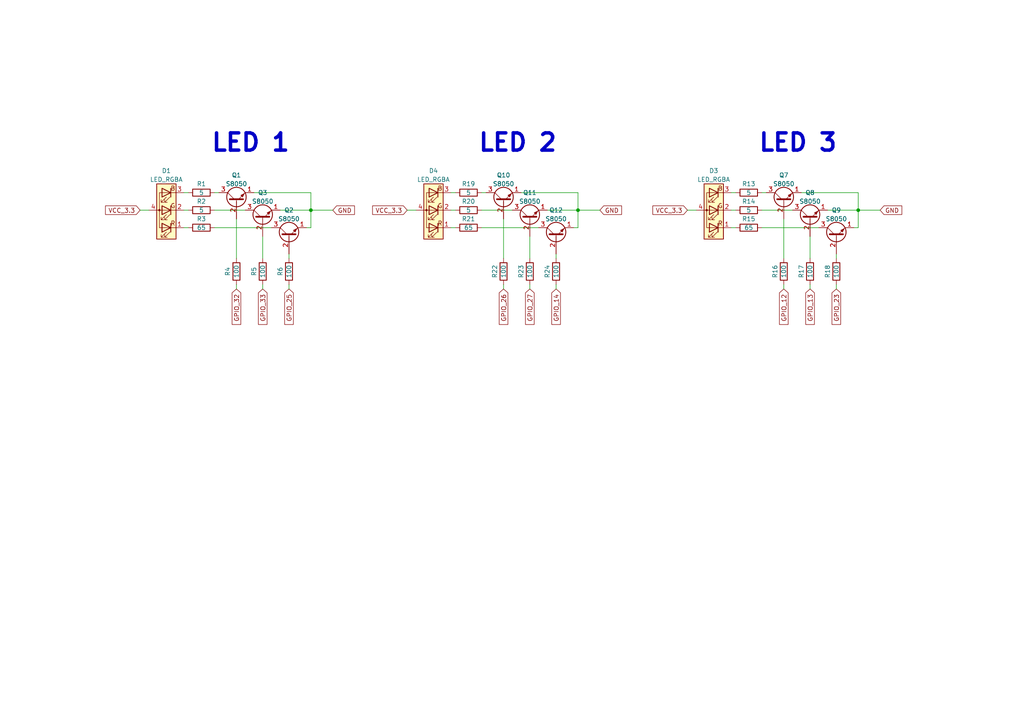
<source format=kicad_sch>
(kicad_sch (version 20230121) (generator eeschema)
  (paper "A4")
  (lib_symbols
    (symbol "Device:LED_RGBA" (pin_names (offset 0) hide)
      (property "Reference" "D" (at 0 9.398 0))
      (property "Value" "LED_RGBA" (at 0 -8.89 0))
      (symbol "LED_RGBA_0_0"
        (text "B" (at -1.905 -6.35 0) (effects (font (size 1.27 1.27))))
        (text "G" (at -1.905 -1.27 0) (effects (font (size 1.27 1.27))))
        (text "R" (at -1.905 3.81 0) (effects (font (size 1.27 1.27))))
      )
      (symbol "LED_RGBA_0_1"
        (polyline (pts (xy -1.27 -5.08) (xy -2.54 -5.08)))
        (polyline (pts (xy -1.27 -5.08) (xy 1.27 -5.08)))
        (polyline (pts (xy -1.27 -3.81) (xy -1.27 -6.35)) (stroke (width 0.254)))
        (polyline (pts (xy -1.27 0) (xy -2.54 0)))
        (polyline (pts (xy -1.27 1.27) (xy -1.27 -1.27)) (stroke (width 0.254)))
        (polyline (pts (xy -1.27 5.08) (xy -2.54 5.08)))
        (polyline (pts (xy -1.27 5.08) (xy 1.27 5.08)))
        (polyline (pts (xy -1.27 6.35) (xy -1.27 3.81)) (stroke (width 0.254)))
        (polyline (pts (xy 1.27 0) (xy -1.27 0)))
        (polyline (pts (xy 1.27 0) (xy 2.54 0)))
        (polyline (pts (xy -1.27 1.27) (xy -1.27 -1.27) (xy -1.27 -1.27)))
        (polyline (pts (xy -1.27 6.35) (xy -1.27 3.81) (xy -1.27 3.81)))
        (polyline (pts (xy 1.27 -5.08) (xy 2.032 -5.08) (xy 2.032 5.08) (xy 1.27 5.08)))
        (polyline (pts (xy 1.27 -3.81) (xy 1.27 -6.35) (xy -1.27 -5.08) (xy 1.27 -3.81)) (stroke (width 0.254)))
        (polyline (pts (xy 1.27 1.27) (xy 1.27 -1.27) (xy -1.27 0) (xy 1.27 1.27)) (stroke (width 0.254)))
        (polyline (pts (xy 1.27 6.35) (xy 1.27 3.81) (xy -1.27 5.08) (xy 1.27 6.35)) (stroke (width 0.254)))
        (polyline (pts (xy -1.016 -3.81) (xy 0.508 -2.286) (xy -0.254 -2.286) (xy 0.508 -2.286) (xy 0.508 -3.048)))
        (polyline (pts (xy -1.016 1.27) (xy 0.508 2.794) (xy -0.254 2.794) (xy 0.508 2.794) (xy 0.508 2.032)))
        (polyline (pts (xy -1.016 6.35) (xy 0.508 7.874) (xy -0.254 7.874) (xy 0.508 7.874) (xy 0.508 7.112)))
        (polyline (pts (xy 0 -3.81) (xy 1.524 -2.286) (xy 0.762 -2.286) (xy 1.524 -2.286) (xy 1.524 -3.048)))
        (polyline (pts (xy 0 1.27) (xy 1.524 2.794) (xy 0.762 2.794) (xy 1.524 2.794) (xy 1.524 2.032)))
        (polyline (pts (xy 0 6.35) (xy 1.524 7.874) (xy 0.762 7.874) (xy 1.524 7.874) (xy 1.524 7.112)))
        (rectangle (start 1.27 -1.27) (end 1.27 1.27))
        (rectangle (start 1.27 1.27) (end 1.27 1.27))
        (rectangle (start 1.27 3.81) (end 1.27 6.35))
        (rectangle (start 1.27 6.35) (end 1.27 6.35))
        (circle (center 2.032 0) (radius 0.254) (fill (type outline)))
        (rectangle (start 2.794 8.382) (end -2.794 -7.62) (stroke (width 0.254)) (fill (type background)))
      )
      (symbol "LED_RGBA_1_1"
        (pin passive line (at -5.08 5.08 0) (length 2.54) (name "RK") (number "1"))
        (pin passive line (at -5.08 0 0) (length 2.54) (name "GK") (number "2"))
        (pin passive line (at -5.08 -5.08 0) (length 2.54) (name "BK") (number "3"))
        (pin passive line (at 5.08 0 180) (length 2.54) (name "A") (number "4"))
      )
    )
    (symbol "Device:R" (pin_numbers hide) (pin_names (offset 0))
      (property "Reference" "R" (at 2.032 0 90))
      (property "Value" "R" (at 0 0 90))
      (symbol "R_0_1"
        (rectangle (start -1.016 -2.54) (end 1.016 2.54) (stroke (width 0.254)))
      )
      (symbol "R_1_1"
        (pin passive line (at 0 3.81 270) (length 1.27) (name "~") (number "1"))
        (pin passive line (at 0 -3.81 90) (length 1.27) (name "~") (number "2"))
      )
    )
    (symbol "Transistor_BJT:S8050" (pin_names (offset 0) hide)
      (property "Reference" "Q" (at 5.08 1.905 0))
      (property "Value" "S8050" (at 5.08 0 0))
      (symbol "S8050_0_1"
        (polyline (pts (xy 0 0) (xy 0.635 0)))
        (polyline (pts (xy 0.635 0.635) (xy 2.54 2.54)))
        (polyline (pts (xy 0.635 -0.635) (xy 2.54 -2.54) (xy 2.54 -2.54)))
        (polyline (pts (xy 0.635 1.905) (xy 0.635 -1.905) (xy 0.635 -1.905)) (stroke (width 0.508)))
        (polyline (pts (xy 1.27 -1.778) (xy 1.778 -1.27) (xy 2.286 -2.286) (xy 1.27 -1.778) (xy 1.27 -1.778)) (fill (type outline)))
        (circle (center 1.27 0) (radius 2.8194) (stroke (width 0.254)))
      )
      (symbol "S8050_1_1"
        (pin passive line (at 2.54 -5.08 90) (length 2.54) (name "E") (number "1"))
        (pin input line (at -5.08 0 0) (length 5.08) (name "B") (number "2"))
        (pin passive line (at 2.54 5.08 270) (length 2.54) (name "C") (number "3"))
      )
    )
  )
  (junction (at 167.64 60.96))
  (junction (at 248.92 60.96))
  (junction (at 90.17 60.96))
  (wire (pts (xy 167.64 55.88) (xy 167.64 60.96)))
  (wire (pts (xy 167.64 60.96) (xy 173.99 60.96)))
  (wire (pts (xy 40.64 60.96) (xy 43.18 60.96)))
  (wire (pts (xy 62.23 60.96) (xy 71.12 60.96)))
  (wire (pts (xy 248.92 55.88) (xy 248.92 60.96)))
  (wire (pts (xy 139.7 60.96) (xy 148.59 60.96)))
  (wire (pts (xy 240.03 60.96) (xy 248.92 60.96)))
  (wire (pts (xy 220.98 66.04) (xy 237.49 66.04)))
  (wire (pts (xy 139.7 55.88) (xy 140.97 55.88)))
  (wire (pts (xy 242.57 73.66) (xy 242.57 74.93)))
  (wire (pts (xy 220.98 60.96) (xy 229.87 60.96)))
  (wire (pts (xy 242.57 82.55) (xy 242.57 83.82)))
  (wire (pts (xy 212.09 60.96) (xy 213.36 60.96)))
  (wire (pts (xy 146.05 82.55) (xy 146.05 83.82)))
  (wire (pts (xy 167.64 60.96) (xy 167.64 66.04)))
  (wire (pts (xy 83.82 73.66) (xy 83.82 74.93)))
  (wire (pts (xy 227.33 82.55) (xy 227.33 83.82)))
  (wire (pts (xy 158.75 60.96) (xy 167.64 60.96)))
  (wire (pts (xy 212.09 66.04) (xy 213.36 66.04)))
  (wire (pts (xy 161.29 73.66) (xy 161.29 74.93)))
  (wire (pts (xy 167.64 66.04) (xy 166.37 66.04)))
  (wire (pts (xy 220.98 55.88) (xy 222.25 55.88)))
  (wire (pts (xy 76.2 82.55) (xy 76.2 83.82)))
  (wire (pts (xy 53.34 55.88) (xy 54.61 55.88)))
  (wire (pts (xy 234.95 82.55) (xy 234.95 83.82)))
  (wire (pts (xy 161.29 82.55) (xy 161.29 83.82)))
  (wire (pts (xy 151.13 55.88) (xy 167.64 55.88)))
  (wire (pts (xy 90.17 60.96) (xy 90.17 66.04)))
  (wire (pts (xy 68.58 82.55) (xy 68.58 83.82)))
  (wire (pts (xy 234.95 68.58) (xy 234.95 74.93)))
  (wire (pts (xy 90.17 60.96) (xy 96.52 60.96)))
  (wire (pts (xy 227.33 63.5) (xy 227.33 74.93)))
  (wire (pts (xy 118.11 60.96) (xy 120.65 60.96)))
  (wire (pts (xy 73.66 55.88) (xy 90.17 55.88)))
  (wire (pts (xy 81.28 60.96) (xy 90.17 60.96)))
  (wire (pts (xy 248.92 60.96) (xy 248.92 66.04)))
  (wire (pts (xy 68.58 63.5) (xy 68.58 74.93)))
  (wire (pts (xy 153.67 82.55) (xy 153.67 83.82)))
  (wire (pts (xy 130.81 66.04) (xy 132.08 66.04)))
  (wire (pts (xy 53.34 60.96) (xy 54.61 60.96)))
  (wire (pts (xy 83.82 82.55) (xy 83.82 83.82)))
  (wire (pts (xy 232.41 55.88) (xy 248.92 55.88)))
  (wire (pts (xy 130.81 60.96) (xy 132.08 60.96)))
  (wire (pts (xy 139.7 66.04) (xy 156.21 66.04)))
  (wire (pts (xy 53.34 66.04) (xy 54.61 66.04)))
  (wire (pts (xy 199.39 60.96) (xy 201.93 60.96)))
  (wire (pts (xy 248.92 60.96) (xy 255.27 60.96)))
  (wire (pts (xy 212.09 55.88) (xy 213.36 55.88)))
  (wire (pts (xy 62.23 66.04) (xy 78.74 66.04)))
  (wire (pts (xy 90.17 55.88) (xy 90.17 60.96)))
  (wire (pts (xy 62.23 55.88) (xy 63.5 55.88)))
  (wire (pts (xy 90.17 66.04) (xy 88.9 66.04)))
  (wire (pts (xy 146.05 63.5) (xy 146.05 74.93)))
  (wire (pts (xy 130.81 55.88) (xy 132.08 55.88)))
  (wire (pts (xy 248.92 66.04) (xy 247.65 66.04)))
  (wire (pts (xy 76.2 68.58) (xy 76.2 74.93)))
  (wire (pts (xy 153.67 68.58) (xy 153.67 74.93)))
  (text "LED 1" (at 60.96 44.45 0) (effects (font (size 5 5) (thickness 1) bold) (justify left bottom)))
  (text "LED 3" (at 219.71 44.45 0) (effects (font (size 5 5) (thickness 1) bold) (justify left bottom)))
  (text "LED 2" (at 138.43 44.45 0) (effects (font (size 5 5) (thickness 1) bold) (justify left bottom)))
  (global_label "GPIO_12" (shape input) (at 227.33 83.82 270) (property "Intersheetrefs" "${INTERSHEET_REFS}" (effects hide)))
  (global_label "GPIO_25" (shape input) (at 83.82 83.82 270) (property "Intersheetrefs" "${INTERSHEET_REFS}" (effects hide)))
  (global_label "GND" (shape input) (at 173.99 60.96 0) (property "Intersheetrefs" "${INTERSHEET_REFS}" (effects hide)))
  (global_label "GPIO_32" (shape input) (at 68.58 83.82 270) (property "Intersheetrefs" "${INTERSHEET_REFS}" (effects hide)))
  (global_label "GPIO_27" (shape input) (at 153.67 83.82 270) (property "Intersheetrefs" "${INTERSHEET_REFS}" (effects hide)))
  (global_label "GND" (shape input) (at 96.52 60.96 0) (property "Intersheetrefs" "${INTERSHEET_REFS}" (effects hide)))
  (global_label "GPIO_13" (shape input) (at 234.95 83.82 270) (property "Intersheetrefs" "${INTERSHEET_REFS}" (effects hide)))
  (global_label "GPIO_23" (shape input) (at 242.57 83.82 270) (property "Intersheetrefs" "${INTERSHEET_REFS}" (effects hide)))
  (global_label "GPIO_33" (shape input) (at 76.2 83.82 270) (property "Intersheetrefs" "${INTERSHEET_REFS}" (effects hide)))
  (global_label "VCC_3.3" (shape input) (at 118.11 60.96 180) (property "Intersheetrefs" "${INTERSHEET_REFS}" (effects hide)))
  (global_label "GPIO_14" (shape input) (at 161.29 83.82 270) (property "Intersheetrefs" "${INTERSHEET_REFS}" (effects hide)))
  (global_label "VCC_3.3" (shape input) (at 199.39 60.96 180) (property "Intersheetrefs" "${INTERSHEET_REFS}" (effects hide)))
  (global_label "VCC_3.3" (shape input) (at 40.64 60.96 180) (property "Intersheetrefs" "${INTERSHEET_REFS}" (effects hide)))
  (global_label "GPIO_26" (shape input) (at 146.05 83.82 270) (property "Intersheetrefs" "${INTERSHEET_REFS}" (effects hide)))
  (global_label "GND" (shape input) (at 255.27 60.96 0) (property "Intersheetrefs" "${INTERSHEET_REFS}" (effects hide)))
  (symbol (lib_id "Transistor_BJT:S8050") (at 227.33 58.42 90) (unit 1)
    (property "Reference" "Q7" (at 227.33 50.8 90))
    (property "Value" "S8050" (at 227.33 53.34 90))
    (property "Footprint" "Package_TO_SOT_THT:TO-92_Inline" (effects hide))
    (property "Datasheet" "http://www.unisonic.com.tw/datasheet/S8050.pdf" (effects hide))
    (property "Sim.Device" "NPN" (effects hide))
    (property "Sim.Type" "VBIC" (effects hide))
    (property "Sim.Pins" "1=C 2=B 3=E" (effects hide))
    (instances (project "id4" (path "" (reference "Q7") (unit 1)) (path "" (reference "Q10") (unit 1))))
  )
  (symbol (lib_id "Device:R") (at 83.82 78.74 180) (unit 1)
    (property "Reference" "R6" (at 81.28 78.74 90))
    (property "Value" "100" (at 83.82 78.74 90))
    (property "Sim.Device" "R" (effects hide))
    (property "Sim.Pins" "1=+ 2=-" (effects hide))
  )
  (symbol (lib_id "Device:R") (at 217.17 66.04 90) (unit 1)
    (property "Reference" "R15" (at 217.17 63.5 90))
    (property "Value" "65" (at 217.17 66.04 90))
    (property "Sim.Device" "R" (effects hide))
    (property "Sim.Pins" "1=+ 2=-" (effects hide))
    (instances (project "id4" (path "" (reference "R15") (unit 1)) (path "" (reference "R21") (unit 1))))
  )
  (symbol (lib_id "Device:R") (at 135.89 55.88 90) (unit 1)
    (property "Reference" "R19" (at 135.89 53.34 90))
    (property "Value" "5" (at 135.89 55.88 90))
    (instances (project "id4" (path "" (reference "R19") (unit 1)) (path "" (reference "R13") (unit 1))))
  )
  (symbol (lib_id "Device:R") (at 76.2 78.74 180) (unit 1)
    (property "Reference" "R5" (at 73.66 78.74 90))
    (property "Value" "100" (at 76.2 78.74 90))
  )
  (symbol (lib_id "Device:R") (at 58.42 55.88 90) (unit 1)
    (property "Reference" "R1" (at 58.42 53.34 90))
    (property "Value" "5" (at 58.42 55.88 90))
  )
  (symbol (lib_id "Transistor_BJT:S8050") (at 68.58 58.42 90) (unit 1)
    (property "Reference" "Q1" (at 68.58 50.8 90))
    (property "Value" "S8050" (at 68.58 53.34 90))
    (property "Footprint" "Package_TO_SOT_THT:TO-92_Inline" (effects hide))
    (property "Datasheet" "http://www.unisonic.com.tw/datasheet/S8050.pdf" (effects hide))
    (property "Sim.Device" "NPN" (effects hide))
    (property "Sim.Type" "VBIC" (effects hide))
    (property "Sim.Pins" "1=C 2=B 3=E" (effects hide))
  )
  (symbol (lib_id "Transistor_BJT:S8050") (at 146.05 58.42 90) (unit 1)
    (property "Reference" "Q10" (at 146.05 50.8 90))
    (property "Value" "S8050" (at 146.05 53.34 90))
    (property "Footprint" "Package_TO_SOT_THT:TO-92_Inline" (effects hide))
    (property "Datasheet" "http://www.unisonic.com.tw/datasheet/S8050.pdf" (effects hide))
    (property "Sim.Device" "NPN" (effects hide))
    (property "Sim.Type" "VBIC" (effects hide))
    (property "Sim.Pins" "1=C 2=B 3=E" (effects hide))
    (instances (project "id4" (path "" (reference "Q10") (unit 1)) (path "" (reference "Q7") (unit 1))))
  )
  (symbol (lib_id "Device:R") (at 58.42 66.04 90) (unit 1)
    (property "Reference" "R3" (at 58.42 63.5 90))
    (property "Value" "65" (at 58.42 66.04 90))
    (property "Sim.Device" "R" (effects hide))
    (property "Sim.Pins" "1=+ 2=-" (effects hide))
  )
  (symbol (lib_id "Transistor_BJT:S8050") (at 83.82 68.58 90) (unit 1)
    (property "Reference" "Q2" (at 83.82 60.96 90))
    (property "Value" "S8050" (at 83.82 63.5 90))
    (property "Footprint" "Package_TO_SOT_THT:TO-92_Inline" (effects hide))
    (property "Datasheet" "http://www.unisonic.com.tw/datasheet/S8050.pdf" (effects hide))
    (property "Sim.Device" "NPN" (effects hide))
    (property "Sim.Type" "VBIC" (effects hide))
    (property "Sim.Pins" "1=C 2=B 3=E" (effects hide))
    (instances (project "id4" (path "" (reference "Q2") (unit 1)) (path "" (reference "Q3") (unit 1))))
  )
  (symbol (lib_id "Device:LED_RGBA") (at 125.73 60.96 180) (unit 1)
    (property "Reference" "D4" (at 125.73 49.53 0))
    (property "Value" "LED_RGBA" (at 125.73 52.07 0))
    (property "Sim.Device" "R" (effects hide))
    (property "Sim.Pins" "1=+ 2=-" (effects hide))
    (property "Sim.Params" "r=\"\"" (effects hide))
    (instances (project "id4" (path "" (reference "D4") (unit 1)) (path "" (reference "D3") (unit 1))))
  )
  (symbol (lib_id "Device:R") (at 135.89 60.96 90) (unit 1)
    (property "Reference" "R20" (at 135.89 58.42 90))
    (property "Value" "5" (at 135.89 60.96 90))
    (instances (project "id4" (path "" (reference "R20") (unit 1)) (path "" (reference "R14") (unit 1))))
  )
  (symbol (lib_id "Device:R") (at 68.58 78.74 180) (unit 1)
    (property "Reference" "R4" (at 66.04 78.74 90))
    (property "Value" "100" (at 68.58 78.74 90))
  )
  (symbol (lib_id "Device:LED_RGBA") (at 48.26 60.96 180) (unit 1)
    (property "Reference" "D1" (at 48.26 49.53 0))
    (property "Value" "LED_RGBA" (at 48.26 52.07 0))
    (property "Sim.Device" "R" (effects hide))
    (property "Sim.Pins" "1=+ 2=-" (effects hide))
    (property "Sim.Params" "r=\"\"" (effects hide))
  )
  (symbol (lib_id "Device:LED_RGBA") (at 207.01 60.96 180) (unit 1)
    (property "Reference" "D3" (at 207.01 49.53 0))
    (property "Value" "LED_RGBA" (at 207.01 52.07 0))
    (property "Sim.Device" "R" (effects hide))
    (property "Sim.Pins" "1=+ 2=-" (effects hide))
    (property "Sim.Params" "r=\"\"" (effects hide))
    (instances (project "id4" (path "" (reference "D3") (unit 1)) (path "" (reference "D4") (unit 1))))
  )
  (symbol (lib_id "Device:R") (at 234.95 78.74 180) (unit 1)
    (property "Reference" "R17" (at 232.41 78.74 90))
    (property "Value" "100" (at 234.95 78.74 90))
    (instances (project "id4" (path "" (reference "R17") (unit 1)) (path "" (reference "R27") (unit 1))))
  )
  (symbol (lib_id "Device:R") (at 153.67 78.74 180) (unit 1)
    (property "Reference" "R23" (at 151.13 78.74 90))
    (property "Value" "100" (at 153.67 78.74 90))
    (instances (project "id4" (path "" (reference "R23") (unit 1)) (path "" (reference "R17") (unit 1))))
  )
  (symbol (lib_id "Device:R") (at 217.17 60.96 90) (unit 1)
    (property "Reference" "R14" (at 217.17 58.42 90))
    (property "Value" "5" (at 217.17 60.96 90))
    (instances (project "id4" (path "" (reference "R14") (unit 1)) (path "" (reference "R20") (unit 1))))
  )
  (symbol (lib_id "Device:R") (at 58.42 60.96 90) (unit 1)
    (property "Reference" "R2" (at 58.42 58.42 90))
    (property "Value" "5" (at 58.42 60.96 90))
  )
  (symbol (lib_id "Device:R") (at 242.57 78.74 180) (unit 1)
    (property "Reference" "R18" (at 240.03 78.74 90))
    (property "Value" "100" (at 242.57 78.74 90))
    (property "Sim.Device" "R" (effects hide))
    (property "Sim.Pins" "1=+ 2=-" (effects hide))
    (instances (project "id4" (path "" (reference "R18") (unit 1)) (path "" (reference "R29") (unit 1))))
  )
  (symbol (lib_id "Transistor_BJT:S8050") (at 76.2 63.5 90) (unit 1)
    (property "Reference" "Q3" (at 76.2 55.88 90))
    (property "Value" "S8050" (at 76.2 58.42 90))
    (property "Footprint" "Package_TO_SOT_THT:TO-92_Inline" (effects hide))
    (property "Datasheet" "http://www.unisonic.com.tw/datasheet/S8050.pdf" (effects hide))
    (property "Sim.Device" "NPN" (effects hide))
    (property "Sim.Type" "VBIC" (effects hide))
    (property "Sim.Pins" "1=C 2=B 3=E" (effects hide))
    (instances (project "id4" (path "" (reference "Q3") (unit 1)) (path "" (reference "Q2") (unit 1))))
  )
  (symbol (lib_id "Transistor_BJT:S8050") (at 242.57 68.58 90) (unit 1)
    (property "Reference" "Q9" (at 242.57 60.96 90))
    (property "Value" "S8050" (at 242.57 63.5 90))
    (property "Footprint" "Package_TO_SOT_THT:TO-92_Inline" (effects hide))
    (property "Datasheet" "http://www.unisonic.com.tw/datasheet/S8050.pdf" (effects hide))
    (property "Sim.Device" "NPN" (effects hide))
    (property "Sim.Type" "VBIC" (effects hide))
    (property "Sim.Pins" "1=C 2=B 3=E" (effects hide))
    (instances (project "id4" (path "" (reference "Q9") (unit 1)) (path "" (reference "Q14") (unit 1))))
  )
  (symbol (lib_id "Transistor_BJT:S8050") (at 161.29 68.58 90) (unit 1)
    (property "Reference" "Q12" (at 161.29 60.96 90))
    (property "Value" "S8050" (at 161.29 63.5 90))
    (property "Footprint" "Package_TO_SOT_THT:TO-92_Inline" (effects hide))
    (property "Datasheet" "http://www.unisonic.com.tw/datasheet/S8050.pdf" (effects hide))
    (property "Sim.Device" "NPN" (effects hide))
    (property "Sim.Type" "VBIC" (effects hide))
    (property "Sim.Pins" "1=C 2=B 3=E" (effects hide))
    (instances (project "id4" (path "" (reference "Q12") (unit 1)) (path "" (reference "Q9") (unit 1))))
  )
  (symbol (lib_id "Device:R") (at 135.89 66.04 90) (unit 1)
    (property "Reference" "R21" (at 135.89 63.5 90))
    (property "Value" "65" (at 135.89 66.04 90))
    (property "Sim.Device" "R" (effects hide))
    (property "Sim.Pins" "1=+ 2=-" (effects hide))
    (instances (project "id4" (path "" (reference "R21") (unit 1)) (path "" (reference "R15") (unit 1))))
  )
  (symbol (lib_id "Device:R") (at 161.29 78.74 180) (unit 1)
    (property "Reference" "R24" (at 158.75 78.74 90))
    (property "Value" "100" (at 161.29 78.74 90))
    (property "Sim.Device" "R" (effects hide))
    (property "Sim.Pins" "1=+ 2=-" (effects hide))
    (instances (project "id4" (path "" (reference "R24") (unit 1)) (path "" (reference "R18") (unit 1))))
  )
  (symbol (lib_id "Device:R") (at 146.05 78.74 180) (unit 1)
    (property "Reference" "R22" (at 143.51 78.74 90))
    (property "Value" "100" (at 146.05 78.74 90))
    (instances (project "id4" (path "" (reference "R22") (unit 1)) (path "" (reference "R16") (unit 1))))
  )
  (symbol (lib_id "Transistor_BJT:S8050") (at 153.67 63.5 90) (unit 1)
    (property "Reference" "Q11" (at 153.67 55.88 90))
    (property "Value" "S8050" (at 153.67 58.42 90))
    (property "Footprint" "Package_TO_SOT_THT:TO-92_Inline" (effects hide))
    (property "Datasheet" "http://www.unisonic.com.tw/datasheet/S8050.pdf" (effects hide))
    (property "Sim.Device" "NPN" (effects hide))
    (property "Sim.Type" "VBIC" (effects hide))
    (property "Sim.Pins" "1=C 2=B 3=E" (effects hide))
    (instances (project "id4" (path "" (reference "Q11") (unit 1)) (path "" (reference "Q8") (unit 1))))
  )
  (symbol (lib_id "Device:R") (at 227.33 78.74 180) (unit 1)
    (property "Reference" "R16" (at 224.79 78.74 90))
    (property "Value" "100" (at 227.33 78.74 90))
    (instances (project "id4" (path "" (reference "R16") (unit 1)) (path "" (reference "R25") (unit 1))))
  )
  (symbol (lib_id "Transistor_BJT:S8050") (at 234.95 63.5 90) (unit 1)
    (property "Reference" "Q8" (at 234.95 55.88 90))
    (property "Value" "S8050" (at 234.95 58.42 90))
    (property "Footprint" "Package_TO_SOT_THT:TO-92_Inline" (effects hide))
    (property "Datasheet" "http://www.unisonic.com.tw/datasheet/S8050.pdf" (effects hide))
    (property "Sim.Device" "NPN" (effects hide))
    (property "Sim.Type" "VBIC" (effects hide))
    (property "Sim.Pins" "1=C 2=B 3=E" (effects hide))
    (instances (project "id4" (path "" (reference "Q8") (unit 1)) (path "" (reference "Q12") (unit 1))))
  )
  (symbol (lib_id "Device:R") (at 217.17 55.88 90) (unit 1)
    (property "Reference" "R13" (at 217.17 53.34 90))
    (property "Value" "5" (at 217.17 55.88 90))
    (instances (project "id4" (path "" (reference "R13") (unit 1)) (path "" (reference "R19") (unit 1))))
  )
)
</source>
